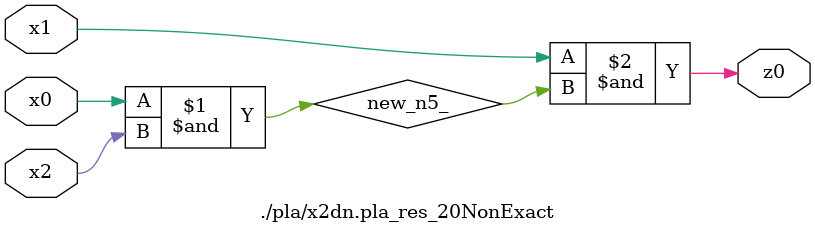
<source format=v>

module \./pla/x2dn.pla_res_20NonExact  ( 
    x0, x1, x2,
    z0  );
  input  x0, x1, x2;
  output z0;
  wire new_n5_;
  assign new_n5_ = x0 & x2;
  assign z0 = x1 & new_n5_;
endmodule



</source>
